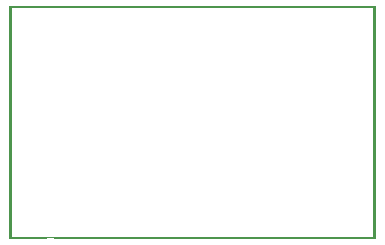
<source format=gbo>
G04 MADE WITH FRITZING*
G04 WWW.FRITZING.ORG*
G04 DOUBLE SIDED*
G04 HOLES PLATED*
G04 CONTOUR ON CENTER OF CONTOUR VECTOR*
%ASAXBY*%
%FSLAX23Y23*%
%MOIN*%
%OFA0B0*%
%SFA1.0B1.0*%
%ADD10R,0.001000X0.001000*%
%LNSILK0*%
G90*
G70*
G54D10*
X1Y777D02*
X1222Y777D01*
X1Y776D02*
X1222Y776D01*
X1Y775D02*
X1222Y775D01*
X1Y774D02*
X1222Y774D01*
X1Y773D02*
X1222Y773D01*
X1Y772D02*
X1222Y772D01*
X1Y771D02*
X1222Y771D01*
X1Y770D02*
X1222Y770D01*
X1Y769D02*
X8Y769D01*
X1215Y769D02*
X1222Y769D01*
X1Y768D02*
X8Y768D01*
X1215Y768D02*
X1222Y768D01*
X1Y767D02*
X8Y767D01*
X1215Y767D02*
X1222Y767D01*
X1Y766D02*
X8Y766D01*
X1215Y766D02*
X1222Y766D01*
X1Y765D02*
X8Y765D01*
X1215Y765D02*
X1222Y765D01*
X1Y764D02*
X8Y764D01*
X1215Y764D02*
X1222Y764D01*
X1Y763D02*
X8Y763D01*
X1215Y763D02*
X1222Y763D01*
X1Y762D02*
X8Y762D01*
X1215Y762D02*
X1222Y762D01*
X1Y761D02*
X8Y761D01*
X1215Y761D02*
X1222Y761D01*
X1Y760D02*
X8Y760D01*
X1215Y760D02*
X1222Y760D01*
X1Y759D02*
X8Y759D01*
X1215Y759D02*
X1222Y759D01*
X1Y758D02*
X8Y758D01*
X1215Y758D02*
X1222Y758D01*
X1Y757D02*
X8Y757D01*
X1215Y757D02*
X1222Y757D01*
X1Y756D02*
X8Y756D01*
X1215Y756D02*
X1222Y756D01*
X1Y755D02*
X8Y755D01*
X1215Y755D02*
X1222Y755D01*
X1Y754D02*
X8Y754D01*
X1215Y754D02*
X1222Y754D01*
X1Y753D02*
X8Y753D01*
X1215Y753D02*
X1222Y753D01*
X1Y752D02*
X8Y752D01*
X1215Y752D02*
X1222Y752D01*
X1Y751D02*
X8Y751D01*
X1215Y751D02*
X1222Y751D01*
X1Y750D02*
X8Y750D01*
X1215Y750D02*
X1222Y750D01*
X1Y749D02*
X8Y749D01*
X1215Y749D02*
X1222Y749D01*
X1Y748D02*
X8Y748D01*
X1215Y748D02*
X1222Y748D01*
X1Y747D02*
X8Y747D01*
X1215Y747D02*
X1222Y747D01*
X1Y746D02*
X8Y746D01*
X1215Y746D02*
X1222Y746D01*
X1Y745D02*
X8Y745D01*
X1215Y745D02*
X1222Y745D01*
X1Y744D02*
X8Y744D01*
X1215Y744D02*
X1222Y744D01*
X1Y743D02*
X8Y743D01*
X1215Y743D02*
X1222Y743D01*
X1Y742D02*
X8Y742D01*
X1215Y742D02*
X1222Y742D01*
X1Y741D02*
X8Y741D01*
X1215Y741D02*
X1222Y741D01*
X1Y740D02*
X8Y740D01*
X1215Y740D02*
X1222Y740D01*
X1Y739D02*
X8Y739D01*
X1215Y739D02*
X1222Y739D01*
X1Y738D02*
X8Y738D01*
X1215Y738D02*
X1222Y738D01*
X1Y737D02*
X8Y737D01*
X1215Y737D02*
X1222Y737D01*
X1Y736D02*
X8Y736D01*
X1215Y736D02*
X1222Y736D01*
X1Y735D02*
X8Y735D01*
X1215Y735D02*
X1222Y735D01*
X1Y734D02*
X8Y734D01*
X1215Y734D02*
X1222Y734D01*
X1Y733D02*
X8Y733D01*
X1215Y733D02*
X1222Y733D01*
X1Y732D02*
X8Y732D01*
X1215Y732D02*
X1222Y732D01*
X1Y731D02*
X8Y731D01*
X1215Y731D02*
X1222Y731D01*
X1Y730D02*
X8Y730D01*
X1215Y730D02*
X1222Y730D01*
X1Y729D02*
X8Y729D01*
X1215Y729D02*
X1222Y729D01*
X1Y728D02*
X8Y728D01*
X1215Y728D02*
X1222Y728D01*
X1Y727D02*
X8Y727D01*
X1215Y727D02*
X1222Y727D01*
X1Y726D02*
X8Y726D01*
X1215Y726D02*
X1222Y726D01*
X1Y725D02*
X8Y725D01*
X1215Y725D02*
X1222Y725D01*
X1Y724D02*
X8Y724D01*
X1215Y724D02*
X1222Y724D01*
X1Y723D02*
X8Y723D01*
X1215Y723D02*
X1222Y723D01*
X1Y722D02*
X8Y722D01*
X1215Y722D02*
X1222Y722D01*
X1Y721D02*
X8Y721D01*
X1215Y721D02*
X1222Y721D01*
X1Y720D02*
X8Y720D01*
X1215Y720D02*
X1222Y720D01*
X1Y719D02*
X8Y719D01*
X1215Y719D02*
X1222Y719D01*
X1Y718D02*
X8Y718D01*
X1215Y718D02*
X1222Y718D01*
X1Y717D02*
X8Y717D01*
X1215Y717D02*
X1222Y717D01*
X1Y716D02*
X8Y716D01*
X1215Y716D02*
X1222Y716D01*
X1Y715D02*
X8Y715D01*
X1215Y715D02*
X1222Y715D01*
X1Y714D02*
X8Y714D01*
X1215Y714D02*
X1222Y714D01*
X1Y713D02*
X8Y713D01*
X1215Y713D02*
X1222Y713D01*
X1Y712D02*
X8Y712D01*
X1215Y712D02*
X1222Y712D01*
X1Y711D02*
X8Y711D01*
X1215Y711D02*
X1222Y711D01*
X1Y710D02*
X8Y710D01*
X1215Y710D02*
X1222Y710D01*
X1Y709D02*
X8Y709D01*
X1215Y709D02*
X1222Y709D01*
X1Y708D02*
X8Y708D01*
X1215Y708D02*
X1222Y708D01*
X1Y707D02*
X8Y707D01*
X1215Y707D02*
X1222Y707D01*
X1Y706D02*
X8Y706D01*
X1215Y706D02*
X1222Y706D01*
X1Y705D02*
X8Y705D01*
X1215Y705D02*
X1222Y705D01*
X1Y704D02*
X8Y704D01*
X1215Y704D02*
X1222Y704D01*
X1Y703D02*
X8Y703D01*
X1215Y703D02*
X1222Y703D01*
X1Y702D02*
X8Y702D01*
X1215Y702D02*
X1222Y702D01*
X1Y701D02*
X8Y701D01*
X1215Y701D02*
X1222Y701D01*
X1Y700D02*
X8Y700D01*
X1215Y700D02*
X1222Y700D01*
X1Y699D02*
X8Y699D01*
X1215Y699D02*
X1222Y699D01*
X1Y698D02*
X8Y698D01*
X1215Y698D02*
X1222Y698D01*
X1Y697D02*
X8Y697D01*
X1215Y697D02*
X1222Y697D01*
X1Y696D02*
X8Y696D01*
X1215Y696D02*
X1222Y696D01*
X1Y695D02*
X8Y695D01*
X1215Y695D02*
X1222Y695D01*
X1Y694D02*
X8Y694D01*
X1215Y694D02*
X1222Y694D01*
X1Y693D02*
X8Y693D01*
X1215Y693D02*
X1222Y693D01*
X1Y692D02*
X8Y692D01*
X1215Y692D02*
X1222Y692D01*
X1Y691D02*
X8Y691D01*
X1215Y691D02*
X1222Y691D01*
X1Y690D02*
X8Y690D01*
X1215Y690D02*
X1222Y690D01*
X1Y689D02*
X8Y689D01*
X1215Y689D02*
X1222Y689D01*
X1Y688D02*
X8Y688D01*
X1215Y688D02*
X1222Y688D01*
X1Y687D02*
X8Y687D01*
X1215Y687D02*
X1222Y687D01*
X1Y686D02*
X8Y686D01*
X1215Y686D02*
X1222Y686D01*
X1Y685D02*
X8Y685D01*
X1215Y685D02*
X1222Y685D01*
X1Y684D02*
X8Y684D01*
X1215Y684D02*
X1222Y684D01*
X1Y683D02*
X8Y683D01*
X1215Y683D02*
X1222Y683D01*
X1Y682D02*
X8Y682D01*
X1215Y682D02*
X1222Y682D01*
X1Y681D02*
X8Y681D01*
X1215Y681D02*
X1222Y681D01*
X1Y680D02*
X8Y680D01*
X1215Y680D02*
X1222Y680D01*
X1Y679D02*
X8Y679D01*
X1215Y679D02*
X1222Y679D01*
X1Y678D02*
X8Y678D01*
X1215Y678D02*
X1222Y678D01*
X1Y677D02*
X8Y677D01*
X1215Y677D02*
X1222Y677D01*
X1Y676D02*
X8Y676D01*
X1215Y676D02*
X1222Y676D01*
X1Y675D02*
X8Y675D01*
X1215Y675D02*
X1222Y675D01*
X1Y674D02*
X8Y674D01*
X1215Y674D02*
X1222Y674D01*
X1Y673D02*
X8Y673D01*
X1215Y673D02*
X1222Y673D01*
X1Y672D02*
X8Y672D01*
X1215Y672D02*
X1222Y672D01*
X1Y671D02*
X8Y671D01*
X1215Y671D02*
X1222Y671D01*
X1Y670D02*
X8Y670D01*
X1215Y670D02*
X1222Y670D01*
X1Y669D02*
X8Y669D01*
X1215Y669D02*
X1222Y669D01*
X1Y668D02*
X8Y668D01*
X1215Y668D02*
X1222Y668D01*
X1Y667D02*
X8Y667D01*
X1215Y667D02*
X1222Y667D01*
X1Y666D02*
X8Y666D01*
X1215Y666D02*
X1222Y666D01*
X1Y665D02*
X8Y665D01*
X1215Y665D02*
X1222Y665D01*
X1Y664D02*
X8Y664D01*
X1215Y664D02*
X1222Y664D01*
X1Y663D02*
X8Y663D01*
X1215Y663D02*
X1222Y663D01*
X1Y662D02*
X8Y662D01*
X1215Y662D02*
X1222Y662D01*
X1Y661D02*
X8Y661D01*
X1215Y661D02*
X1222Y661D01*
X1Y660D02*
X8Y660D01*
X1215Y660D02*
X1222Y660D01*
X1Y659D02*
X8Y659D01*
X1215Y659D02*
X1222Y659D01*
X1Y658D02*
X8Y658D01*
X1215Y658D02*
X1222Y658D01*
X1Y657D02*
X8Y657D01*
X1215Y657D02*
X1222Y657D01*
X1Y656D02*
X8Y656D01*
X1215Y656D02*
X1222Y656D01*
X1Y655D02*
X8Y655D01*
X1215Y655D02*
X1222Y655D01*
X1Y654D02*
X8Y654D01*
X1215Y654D02*
X1222Y654D01*
X1Y653D02*
X8Y653D01*
X1215Y653D02*
X1222Y653D01*
X1Y652D02*
X8Y652D01*
X1215Y652D02*
X1222Y652D01*
X1Y651D02*
X8Y651D01*
X1215Y651D02*
X1222Y651D01*
X1Y650D02*
X8Y650D01*
X1215Y650D02*
X1222Y650D01*
X1Y649D02*
X8Y649D01*
X1215Y649D02*
X1222Y649D01*
X1Y648D02*
X8Y648D01*
X1215Y648D02*
X1222Y648D01*
X1Y647D02*
X8Y647D01*
X1215Y647D02*
X1222Y647D01*
X1Y646D02*
X8Y646D01*
X1215Y646D02*
X1222Y646D01*
X1Y645D02*
X8Y645D01*
X1215Y645D02*
X1222Y645D01*
X1Y644D02*
X8Y644D01*
X1215Y644D02*
X1222Y644D01*
X1Y643D02*
X8Y643D01*
X1215Y643D02*
X1222Y643D01*
X1Y642D02*
X8Y642D01*
X1215Y642D02*
X1222Y642D01*
X1Y641D02*
X8Y641D01*
X1215Y641D02*
X1222Y641D01*
X1Y640D02*
X8Y640D01*
X1215Y640D02*
X1222Y640D01*
X1Y639D02*
X8Y639D01*
X1215Y639D02*
X1222Y639D01*
X1Y638D02*
X8Y638D01*
X1215Y638D02*
X1222Y638D01*
X1Y637D02*
X8Y637D01*
X1215Y637D02*
X1222Y637D01*
X1Y636D02*
X8Y636D01*
X1215Y636D02*
X1222Y636D01*
X1Y635D02*
X8Y635D01*
X1215Y635D02*
X1222Y635D01*
X1Y634D02*
X8Y634D01*
X1215Y634D02*
X1222Y634D01*
X1Y633D02*
X8Y633D01*
X1215Y633D02*
X1222Y633D01*
X1Y632D02*
X8Y632D01*
X1215Y632D02*
X1222Y632D01*
X1Y631D02*
X8Y631D01*
X1215Y631D02*
X1222Y631D01*
X1Y630D02*
X8Y630D01*
X1215Y630D02*
X1222Y630D01*
X1Y629D02*
X8Y629D01*
X1215Y629D02*
X1222Y629D01*
X1Y628D02*
X8Y628D01*
X1215Y628D02*
X1222Y628D01*
X1Y627D02*
X8Y627D01*
X1215Y627D02*
X1222Y627D01*
X1Y626D02*
X8Y626D01*
X1215Y626D02*
X1222Y626D01*
X1Y625D02*
X8Y625D01*
X1215Y625D02*
X1222Y625D01*
X1Y624D02*
X8Y624D01*
X1215Y624D02*
X1222Y624D01*
X1Y623D02*
X8Y623D01*
X1215Y623D02*
X1222Y623D01*
X1Y622D02*
X8Y622D01*
X1215Y622D02*
X1222Y622D01*
X1Y621D02*
X8Y621D01*
X1215Y621D02*
X1222Y621D01*
X1Y620D02*
X8Y620D01*
X1215Y620D02*
X1222Y620D01*
X1Y619D02*
X8Y619D01*
X1215Y619D02*
X1222Y619D01*
X1Y618D02*
X8Y618D01*
X1215Y618D02*
X1222Y618D01*
X1Y617D02*
X8Y617D01*
X1215Y617D02*
X1222Y617D01*
X1Y616D02*
X8Y616D01*
X1215Y616D02*
X1222Y616D01*
X1Y615D02*
X8Y615D01*
X1215Y615D02*
X1222Y615D01*
X1Y614D02*
X8Y614D01*
X1215Y614D02*
X1222Y614D01*
X1Y613D02*
X8Y613D01*
X1215Y613D02*
X1222Y613D01*
X1Y612D02*
X8Y612D01*
X1215Y612D02*
X1222Y612D01*
X1Y611D02*
X8Y611D01*
X1215Y611D02*
X1222Y611D01*
X1Y610D02*
X8Y610D01*
X1215Y610D02*
X1222Y610D01*
X1Y609D02*
X8Y609D01*
X1215Y609D02*
X1222Y609D01*
X1Y608D02*
X8Y608D01*
X1215Y608D02*
X1222Y608D01*
X1Y607D02*
X8Y607D01*
X1215Y607D02*
X1222Y607D01*
X1Y606D02*
X8Y606D01*
X1215Y606D02*
X1222Y606D01*
X1Y605D02*
X8Y605D01*
X1215Y605D02*
X1222Y605D01*
X1Y604D02*
X8Y604D01*
X1215Y604D02*
X1222Y604D01*
X1Y603D02*
X8Y603D01*
X1215Y603D02*
X1222Y603D01*
X1Y602D02*
X8Y602D01*
X1215Y602D02*
X1222Y602D01*
X1Y601D02*
X8Y601D01*
X1215Y601D02*
X1222Y601D01*
X1Y600D02*
X8Y600D01*
X1215Y600D02*
X1222Y600D01*
X1Y599D02*
X8Y599D01*
X1215Y599D02*
X1222Y599D01*
X1Y598D02*
X8Y598D01*
X1215Y598D02*
X1222Y598D01*
X1Y597D02*
X8Y597D01*
X1215Y597D02*
X1222Y597D01*
X1Y596D02*
X8Y596D01*
X1215Y596D02*
X1222Y596D01*
X1Y595D02*
X8Y595D01*
X1215Y595D02*
X1222Y595D01*
X1Y594D02*
X8Y594D01*
X1215Y594D02*
X1222Y594D01*
X1Y593D02*
X8Y593D01*
X1215Y593D02*
X1222Y593D01*
X1Y592D02*
X8Y592D01*
X1215Y592D02*
X1222Y592D01*
X1Y591D02*
X8Y591D01*
X1215Y591D02*
X1222Y591D01*
X1Y590D02*
X8Y590D01*
X1215Y590D02*
X1222Y590D01*
X1Y589D02*
X8Y589D01*
X1215Y589D02*
X1222Y589D01*
X1Y588D02*
X8Y588D01*
X1215Y588D02*
X1222Y588D01*
X1Y587D02*
X8Y587D01*
X1215Y587D02*
X1222Y587D01*
X1Y586D02*
X8Y586D01*
X1215Y586D02*
X1222Y586D01*
X1Y585D02*
X8Y585D01*
X1215Y585D02*
X1222Y585D01*
X1Y584D02*
X8Y584D01*
X1215Y584D02*
X1222Y584D01*
X1Y583D02*
X8Y583D01*
X1215Y583D02*
X1222Y583D01*
X1Y582D02*
X8Y582D01*
X1215Y582D02*
X1222Y582D01*
X1Y581D02*
X8Y581D01*
X1215Y581D02*
X1222Y581D01*
X1Y580D02*
X8Y580D01*
X1215Y580D02*
X1222Y580D01*
X1Y579D02*
X8Y579D01*
X1215Y579D02*
X1222Y579D01*
X1Y578D02*
X8Y578D01*
X1215Y578D02*
X1222Y578D01*
X1Y577D02*
X8Y577D01*
X1215Y577D02*
X1222Y577D01*
X1Y576D02*
X8Y576D01*
X1215Y576D02*
X1222Y576D01*
X1Y575D02*
X8Y575D01*
X1215Y575D02*
X1222Y575D01*
X1Y574D02*
X8Y574D01*
X1215Y574D02*
X1222Y574D01*
X1Y573D02*
X8Y573D01*
X1215Y573D02*
X1222Y573D01*
X1Y572D02*
X8Y572D01*
X1215Y572D02*
X1222Y572D01*
X1Y571D02*
X8Y571D01*
X1215Y571D02*
X1222Y571D01*
X1Y570D02*
X8Y570D01*
X1215Y570D02*
X1222Y570D01*
X1Y569D02*
X8Y569D01*
X1215Y569D02*
X1222Y569D01*
X1Y568D02*
X8Y568D01*
X1215Y568D02*
X1222Y568D01*
X1Y567D02*
X8Y567D01*
X1215Y567D02*
X1222Y567D01*
X1Y566D02*
X8Y566D01*
X1215Y566D02*
X1222Y566D01*
X1Y565D02*
X8Y565D01*
X1215Y565D02*
X1222Y565D01*
X1Y564D02*
X8Y564D01*
X1215Y564D02*
X1222Y564D01*
X1Y563D02*
X8Y563D01*
X1215Y563D02*
X1222Y563D01*
X1Y562D02*
X8Y562D01*
X1215Y562D02*
X1222Y562D01*
X1Y561D02*
X8Y561D01*
X1215Y561D02*
X1222Y561D01*
X1Y560D02*
X8Y560D01*
X1215Y560D02*
X1222Y560D01*
X1Y559D02*
X8Y559D01*
X1215Y559D02*
X1222Y559D01*
X1Y558D02*
X8Y558D01*
X1215Y558D02*
X1222Y558D01*
X1Y557D02*
X8Y557D01*
X1215Y557D02*
X1222Y557D01*
X1Y556D02*
X8Y556D01*
X1215Y556D02*
X1222Y556D01*
X1Y555D02*
X8Y555D01*
X1215Y555D02*
X1222Y555D01*
X1Y554D02*
X8Y554D01*
X1215Y554D02*
X1222Y554D01*
X1Y553D02*
X8Y553D01*
X1215Y553D02*
X1222Y553D01*
X1Y552D02*
X8Y552D01*
X1215Y552D02*
X1222Y552D01*
X1Y551D02*
X8Y551D01*
X1215Y551D02*
X1222Y551D01*
X1Y550D02*
X8Y550D01*
X1215Y550D02*
X1222Y550D01*
X1Y549D02*
X8Y549D01*
X1215Y549D02*
X1222Y549D01*
X1Y548D02*
X8Y548D01*
X1215Y548D02*
X1222Y548D01*
X1Y547D02*
X8Y547D01*
X1215Y547D02*
X1222Y547D01*
X1Y546D02*
X8Y546D01*
X1215Y546D02*
X1222Y546D01*
X1Y545D02*
X8Y545D01*
X1215Y545D02*
X1222Y545D01*
X1Y544D02*
X8Y544D01*
X1215Y544D02*
X1222Y544D01*
X1Y543D02*
X8Y543D01*
X1215Y543D02*
X1222Y543D01*
X1Y542D02*
X8Y542D01*
X1215Y542D02*
X1222Y542D01*
X1Y541D02*
X8Y541D01*
X1215Y541D02*
X1222Y541D01*
X1Y540D02*
X8Y540D01*
X1215Y540D02*
X1222Y540D01*
X1Y539D02*
X8Y539D01*
X1215Y539D02*
X1222Y539D01*
X1Y538D02*
X8Y538D01*
X1215Y538D02*
X1222Y538D01*
X1Y537D02*
X8Y537D01*
X1215Y537D02*
X1222Y537D01*
X1Y536D02*
X8Y536D01*
X1215Y536D02*
X1222Y536D01*
X1Y535D02*
X8Y535D01*
X1215Y535D02*
X1222Y535D01*
X1Y534D02*
X8Y534D01*
X1215Y534D02*
X1222Y534D01*
X1Y533D02*
X8Y533D01*
X1215Y533D02*
X1222Y533D01*
X1Y532D02*
X8Y532D01*
X1215Y532D02*
X1222Y532D01*
X1Y531D02*
X8Y531D01*
X1215Y531D02*
X1222Y531D01*
X1Y530D02*
X8Y530D01*
X1215Y530D02*
X1222Y530D01*
X1Y529D02*
X8Y529D01*
X1215Y529D02*
X1222Y529D01*
X1Y528D02*
X8Y528D01*
X1215Y528D02*
X1222Y528D01*
X1Y527D02*
X8Y527D01*
X1215Y527D02*
X1222Y527D01*
X1Y526D02*
X8Y526D01*
X1215Y526D02*
X1222Y526D01*
X1Y525D02*
X8Y525D01*
X1215Y525D02*
X1222Y525D01*
X1Y524D02*
X8Y524D01*
X1215Y524D02*
X1222Y524D01*
X1Y523D02*
X8Y523D01*
X1215Y523D02*
X1222Y523D01*
X1Y522D02*
X8Y522D01*
X1215Y522D02*
X1222Y522D01*
X1Y521D02*
X8Y521D01*
X1215Y521D02*
X1222Y521D01*
X1Y520D02*
X8Y520D01*
X1215Y520D02*
X1222Y520D01*
X1Y519D02*
X8Y519D01*
X1215Y519D02*
X1222Y519D01*
X1Y518D02*
X8Y518D01*
X1215Y518D02*
X1222Y518D01*
X1Y517D02*
X8Y517D01*
X1215Y517D02*
X1222Y517D01*
X1Y516D02*
X8Y516D01*
X1215Y516D02*
X1222Y516D01*
X1Y515D02*
X8Y515D01*
X1215Y515D02*
X1222Y515D01*
X1Y514D02*
X8Y514D01*
X1215Y514D02*
X1222Y514D01*
X1Y513D02*
X8Y513D01*
X1215Y513D02*
X1222Y513D01*
X1Y512D02*
X8Y512D01*
X1215Y512D02*
X1222Y512D01*
X1Y511D02*
X8Y511D01*
X1215Y511D02*
X1222Y511D01*
X1Y510D02*
X8Y510D01*
X1215Y510D02*
X1222Y510D01*
X1Y509D02*
X8Y509D01*
X1215Y509D02*
X1222Y509D01*
X1Y508D02*
X8Y508D01*
X1215Y508D02*
X1222Y508D01*
X1Y507D02*
X8Y507D01*
X1215Y507D02*
X1222Y507D01*
X1Y506D02*
X8Y506D01*
X1215Y506D02*
X1222Y506D01*
X1Y505D02*
X8Y505D01*
X1215Y505D02*
X1222Y505D01*
X1Y504D02*
X8Y504D01*
X1215Y504D02*
X1222Y504D01*
X1Y503D02*
X8Y503D01*
X1215Y503D02*
X1222Y503D01*
X1Y502D02*
X8Y502D01*
X1215Y502D02*
X1222Y502D01*
X1Y501D02*
X8Y501D01*
X1215Y501D02*
X1222Y501D01*
X1Y500D02*
X8Y500D01*
X1215Y500D02*
X1222Y500D01*
X1Y499D02*
X8Y499D01*
X1215Y499D02*
X1222Y499D01*
X1Y498D02*
X8Y498D01*
X1215Y498D02*
X1222Y498D01*
X1Y497D02*
X8Y497D01*
X1215Y497D02*
X1222Y497D01*
X1Y496D02*
X8Y496D01*
X1215Y496D02*
X1222Y496D01*
X1Y495D02*
X8Y495D01*
X1215Y495D02*
X1222Y495D01*
X1Y494D02*
X8Y494D01*
X1215Y494D02*
X1222Y494D01*
X1Y493D02*
X8Y493D01*
X1215Y493D02*
X1222Y493D01*
X1Y492D02*
X8Y492D01*
X1215Y492D02*
X1222Y492D01*
X1Y491D02*
X8Y491D01*
X1215Y491D02*
X1222Y491D01*
X1Y490D02*
X8Y490D01*
X1215Y490D02*
X1222Y490D01*
X1Y489D02*
X8Y489D01*
X1215Y489D02*
X1222Y489D01*
X1Y488D02*
X8Y488D01*
X1215Y488D02*
X1222Y488D01*
X1Y487D02*
X8Y487D01*
X1215Y487D02*
X1222Y487D01*
X1Y486D02*
X8Y486D01*
X1215Y486D02*
X1222Y486D01*
X1Y485D02*
X8Y485D01*
X1215Y485D02*
X1222Y485D01*
X1Y484D02*
X8Y484D01*
X1215Y484D02*
X1222Y484D01*
X1Y483D02*
X8Y483D01*
X1215Y483D02*
X1222Y483D01*
X1Y482D02*
X8Y482D01*
X1215Y482D02*
X1222Y482D01*
X1Y481D02*
X8Y481D01*
X1215Y481D02*
X1222Y481D01*
X1Y480D02*
X8Y480D01*
X1215Y480D02*
X1222Y480D01*
X1Y479D02*
X8Y479D01*
X1215Y479D02*
X1222Y479D01*
X1Y478D02*
X8Y478D01*
X1215Y478D02*
X1222Y478D01*
X1Y477D02*
X8Y477D01*
X1215Y477D02*
X1222Y477D01*
X1Y476D02*
X8Y476D01*
X1215Y476D02*
X1222Y476D01*
X1Y475D02*
X8Y475D01*
X1215Y475D02*
X1222Y475D01*
X1Y474D02*
X8Y474D01*
X1215Y474D02*
X1222Y474D01*
X1Y473D02*
X8Y473D01*
X1215Y473D02*
X1222Y473D01*
X1Y472D02*
X8Y472D01*
X1215Y472D02*
X1222Y472D01*
X1Y471D02*
X8Y471D01*
X1215Y471D02*
X1222Y471D01*
X1Y470D02*
X8Y470D01*
X1215Y470D02*
X1222Y470D01*
X1Y469D02*
X8Y469D01*
X1215Y469D02*
X1222Y469D01*
X1Y468D02*
X8Y468D01*
X1215Y468D02*
X1222Y468D01*
X1Y467D02*
X8Y467D01*
X1215Y467D02*
X1222Y467D01*
X1Y466D02*
X8Y466D01*
X1215Y466D02*
X1222Y466D01*
X1Y465D02*
X8Y465D01*
X1215Y465D02*
X1222Y465D01*
X1Y464D02*
X8Y464D01*
X1215Y464D02*
X1222Y464D01*
X1Y463D02*
X8Y463D01*
X1215Y463D02*
X1222Y463D01*
X1Y462D02*
X8Y462D01*
X1215Y462D02*
X1222Y462D01*
X1Y461D02*
X8Y461D01*
X1215Y461D02*
X1222Y461D01*
X1Y460D02*
X8Y460D01*
X1215Y460D02*
X1222Y460D01*
X1Y459D02*
X8Y459D01*
X1215Y459D02*
X1222Y459D01*
X1Y458D02*
X8Y458D01*
X1215Y458D02*
X1222Y458D01*
X1Y457D02*
X8Y457D01*
X1215Y457D02*
X1222Y457D01*
X1Y456D02*
X8Y456D01*
X1215Y456D02*
X1222Y456D01*
X1Y455D02*
X8Y455D01*
X1215Y455D02*
X1222Y455D01*
X1Y454D02*
X8Y454D01*
X1215Y454D02*
X1222Y454D01*
X1Y453D02*
X8Y453D01*
X1215Y453D02*
X1222Y453D01*
X1Y452D02*
X8Y452D01*
X1215Y452D02*
X1222Y452D01*
X1Y451D02*
X8Y451D01*
X1215Y451D02*
X1222Y451D01*
X1Y450D02*
X8Y450D01*
X1215Y450D02*
X1222Y450D01*
X1Y449D02*
X8Y449D01*
X1215Y449D02*
X1222Y449D01*
X1Y448D02*
X8Y448D01*
X1215Y448D02*
X1222Y448D01*
X1Y447D02*
X8Y447D01*
X1215Y447D02*
X1222Y447D01*
X1Y446D02*
X8Y446D01*
X1215Y446D02*
X1222Y446D01*
X1Y445D02*
X8Y445D01*
X1215Y445D02*
X1222Y445D01*
X1Y444D02*
X8Y444D01*
X1215Y444D02*
X1222Y444D01*
X1Y443D02*
X8Y443D01*
X1215Y443D02*
X1222Y443D01*
X1Y442D02*
X8Y442D01*
X1215Y442D02*
X1222Y442D01*
X1Y441D02*
X8Y441D01*
X1215Y441D02*
X1222Y441D01*
X1Y440D02*
X8Y440D01*
X1215Y440D02*
X1222Y440D01*
X1Y439D02*
X8Y439D01*
X1215Y439D02*
X1222Y439D01*
X1Y438D02*
X8Y438D01*
X1215Y438D02*
X1222Y438D01*
X1Y437D02*
X8Y437D01*
X1215Y437D02*
X1222Y437D01*
X1Y436D02*
X8Y436D01*
X1215Y436D02*
X1222Y436D01*
X1Y435D02*
X8Y435D01*
X1215Y435D02*
X1222Y435D01*
X1Y434D02*
X8Y434D01*
X1215Y434D02*
X1222Y434D01*
X1Y433D02*
X8Y433D01*
X1215Y433D02*
X1222Y433D01*
X1Y432D02*
X8Y432D01*
X1215Y432D02*
X1222Y432D01*
X1Y431D02*
X8Y431D01*
X1215Y431D02*
X1222Y431D01*
X1Y430D02*
X8Y430D01*
X1215Y430D02*
X1222Y430D01*
X1Y429D02*
X8Y429D01*
X1215Y429D02*
X1222Y429D01*
X1Y428D02*
X8Y428D01*
X1215Y428D02*
X1222Y428D01*
X1Y427D02*
X8Y427D01*
X1215Y427D02*
X1222Y427D01*
X1Y426D02*
X8Y426D01*
X1215Y426D02*
X1222Y426D01*
X1Y425D02*
X8Y425D01*
X1215Y425D02*
X1222Y425D01*
X1Y424D02*
X8Y424D01*
X1215Y424D02*
X1222Y424D01*
X1Y423D02*
X8Y423D01*
X1215Y423D02*
X1222Y423D01*
X1Y422D02*
X8Y422D01*
X1215Y422D02*
X1222Y422D01*
X1Y421D02*
X8Y421D01*
X1215Y421D02*
X1222Y421D01*
X1Y420D02*
X8Y420D01*
X1215Y420D02*
X1222Y420D01*
X1Y419D02*
X8Y419D01*
X1215Y419D02*
X1222Y419D01*
X1Y418D02*
X8Y418D01*
X1215Y418D02*
X1222Y418D01*
X1Y417D02*
X8Y417D01*
X1215Y417D02*
X1222Y417D01*
X1Y416D02*
X8Y416D01*
X1215Y416D02*
X1222Y416D01*
X1Y415D02*
X8Y415D01*
X1215Y415D02*
X1222Y415D01*
X1Y414D02*
X8Y414D01*
X1215Y414D02*
X1222Y414D01*
X1Y413D02*
X8Y413D01*
X1215Y413D02*
X1222Y413D01*
X1Y412D02*
X8Y412D01*
X1215Y412D02*
X1222Y412D01*
X1Y411D02*
X8Y411D01*
X1215Y411D02*
X1222Y411D01*
X1Y410D02*
X8Y410D01*
X1215Y410D02*
X1222Y410D01*
X1Y409D02*
X8Y409D01*
X1215Y409D02*
X1222Y409D01*
X1Y408D02*
X8Y408D01*
X1215Y408D02*
X1222Y408D01*
X1Y407D02*
X8Y407D01*
X1215Y407D02*
X1222Y407D01*
X1Y406D02*
X8Y406D01*
X1215Y406D02*
X1222Y406D01*
X1Y405D02*
X8Y405D01*
X1215Y405D02*
X1222Y405D01*
X1Y404D02*
X8Y404D01*
X1215Y404D02*
X1222Y404D01*
X1Y403D02*
X8Y403D01*
X1215Y403D02*
X1222Y403D01*
X1Y402D02*
X8Y402D01*
X1215Y402D02*
X1222Y402D01*
X1Y401D02*
X8Y401D01*
X1215Y401D02*
X1222Y401D01*
X1Y400D02*
X8Y400D01*
X1215Y400D02*
X1222Y400D01*
X1Y399D02*
X8Y399D01*
X1215Y399D02*
X1222Y399D01*
X1Y398D02*
X8Y398D01*
X1215Y398D02*
X1222Y398D01*
X1Y397D02*
X8Y397D01*
X1215Y397D02*
X1222Y397D01*
X1Y396D02*
X8Y396D01*
X1215Y396D02*
X1222Y396D01*
X1Y395D02*
X8Y395D01*
X1215Y395D02*
X1222Y395D01*
X1Y394D02*
X8Y394D01*
X1215Y394D02*
X1222Y394D01*
X1Y393D02*
X8Y393D01*
X1215Y393D02*
X1222Y393D01*
X1Y392D02*
X8Y392D01*
X1215Y392D02*
X1222Y392D01*
X1Y391D02*
X8Y391D01*
X1215Y391D02*
X1222Y391D01*
X1Y390D02*
X8Y390D01*
X1215Y390D02*
X1222Y390D01*
X1Y389D02*
X8Y389D01*
X1215Y389D02*
X1222Y389D01*
X1Y388D02*
X8Y388D01*
X1215Y388D02*
X1222Y388D01*
X1Y387D02*
X8Y387D01*
X1215Y387D02*
X1222Y387D01*
X1Y386D02*
X8Y386D01*
X1215Y386D02*
X1222Y386D01*
X1Y385D02*
X8Y385D01*
X1215Y385D02*
X1222Y385D01*
X1Y384D02*
X8Y384D01*
X1215Y384D02*
X1222Y384D01*
X1Y383D02*
X8Y383D01*
X1215Y383D02*
X1222Y383D01*
X1Y382D02*
X8Y382D01*
X1215Y382D02*
X1222Y382D01*
X1Y381D02*
X8Y381D01*
X1215Y381D02*
X1222Y381D01*
X1Y380D02*
X8Y380D01*
X1215Y380D02*
X1222Y380D01*
X1Y379D02*
X8Y379D01*
X1215Y379D02*
X1222Y379D01*
X1Y378D02*
X8Y378D01*
X1215Y378D02*
X1222Y378D01*
X1Y377D02*
X8Y377D01*
X1215Y377D02*
X1222Y377D01*
X1Y376D02*
X8Y376D01*
X1215Y376D02*
X1222Y376D01*
X1Y375D02*
X8Y375D01*
X1215Y375D02*
X1222Y375D01*
X1Y374D02*
X8Y374D01*
X1215Y374D02*
X1222Y374D01*
X1Y373D02*
X8Y373D01*
X1215Y373D02*
X1222Y373D01*
X1Y372D02*
X8Y372D01*
X1215Y372D02*
X1222Y372D01*
X1Y371D02*
X8Y371D01*
X1215Y371D02*
X1222Y371D01*
X1Y370D02*
X8Y370D01*
X1215Y370D02*
X1222Y370D01*
X1Y369D02*
X8Y369D01*
X1215Y369D02*
X1222Y369D01*
X1Y368D02*
X8Y368D01*
X1215Y368D02*
X1222Y368D01*
X1Y367D02*
X8Y367D01*
X1215Y367D02*
X1222Y367D01*
X1Y366D02*
X8Y366D01*
X1215Y366D02*
X1222Y366D01*
X1Y365D02*
X8Y365D01*
X1215Y365D02*
X1222Y365D01*
X1Y364D02*
X8Y364D01*
X1215Y364D02*
X1222Y364D01*
X1Y363D02*
X8Y363D01*
X1215Y363D02*
X1222Y363D01*
X1Y362D02*
X8Y362D01*
X1215Y362D02*
X1222Y362D01*
X1Y361D02*
X8Y361D01*
X1215Y361D02*
X1222Y361D01*
X1Y360D02*
X8Y360D01*
X1215Y360D02*
X1222Y360D01*
X1Y359D02*
X8Y359D01*
X1215Y359D02*
X1222Y359D01*
X1Y358D02*
X8Y358D01*
X1215Y358D02*
X1222Y358D01*
X1Y357D02*
X8Y357D01*
X1215Y357D02*
X1222Y357D01*
X1Y356D02*
X8Y356D01*
X1215Y356D02*
X1222Y356D01*
X1Y355D02*
X8Y355D01*
X1215Y355D02*
X1222Y355D01*
X1Y354D02*
X8Y354D01*
X1215Y354D02*
X1222Y354D01*
X1Y353D02*
X8Y353D01*
X1215Y353D02*
X1222Y353D01*
X1Y352D02*
X8Y352D01*
X1215Y352D02*
X1222Y352D01*
X1Y351D02*
X8Y351D01*
X1215Y351D02*
X1222Y351D01*
X1Y350D02*
X8Y350D01*
X1215Y350D02*
X1222Y350D01*
X1Y349D02*
X8Y349D01*
X1215Y349D02*
X1222Y349D01*
X1Y348D02*
X8Y348D01*
X1215Y348D02*
X1222Y348D01*
X1Y347D02*
X8Y347D01*
X1215Y347D02*
X1222Y347D01*
X1Y346D02*
X8Y346D01*
X1215Y346D02*
X1222Y346D01*
X1Y345D02*
X8Y345D01*
X1215Y345D02*
X1222Y345D01*
X1Y344D02*
X8Y344D01*
X1215Y344D02*
X1222Y344D01*
X1Y343D02*
X8Y343D01*
X1215Y343D02*
X1222Y343D01*
X1Y342D02*
X8Y342D01*
X1215Y342D02*
X1222Y342D01*
X1Y341D02*
X8Y341D01*
X1215Y341D02*
X1222Y341D01*
X1Y340D02*
X8Y340D01*
X1215Y340D02*
X1222Y340D01*
X1Y339D02*
X8Y339D01*
X1215Y339D02*
X1222Y339D01*
X1Y338D02*
X8Y338D01*
X1215Y338D02*
X1222Y338D01*
X1Y337D02*
X8Y337D01*
X1215Y337D02*
X1222Y337D01*
X1Y336D02*
X8Y336D01*
X1215Y336D02*
X1222Y336D01*
X1Y335D02*
X8Y335D01*
X1215Y335D02*
X1222Y335D01*
X1Y334D02*
X8Y334D01*
X1215Y334D02*
X1222Y334D01*
X1Y333D02*
X8Y333D01*
X1215Y333D02*
X1222Y333D01*
X1Y332D02*
X8Y332D01*
X1215Y332D02*
X1222Y332D01*
X1Y331D02*
X8Y331D01*
X1215Y331D02*
X1222Y331D01*
X1Y330D02*
X8Y330D01*
X1215Y330D02*
X1222Y330D01*
X1Y329D02*
X8Y329D01*
X1215Y329D02*
X1222Y329D01*
X1Y328D02*
X8Y328D01*
X1215Y328D02*
X1222Y328D01*
X1Y327D02*
X8Y327D01*
X1215Y327D02*
X1222Y327D01*
X1Y326D02*
X8Y326D01*
X1215Y326D02*
X1222Y326D01*
X1Y325D02*
X8Y325D01*
X1215Y325D02*
X1222Y325D01*
X1Y324D02*
X8Y324D01*
X1215Y324D02*
X1222Y324D01*
X1Y323D02*
X8Y323D01*
X1215Y323D02*
X1222Y323D01*
X1Y322D02*
X8Y322D01*
X1215Y322D02*
X1222Y322D01*
X1Y321D02*
X8Y321D01*
X1215Y321D02*
X1222Y321D01*
X1Y320D02*
X8Y320D01*
X1215Y320D02*
X1222Y320D01*
X1Y319D02*
X8Y319D01*
X1215Y319D02*
X1222Y319D01*
X1Y318D02*
X8Y318D01*
X1215Y318D02*
X1222Y318D01*
X1Y317D02*
X8Y317D01*
X1215Y317D02*
X1222Y317D01*
X1Y316D02*
X8Y316D01*
X1215Y316D02*
X1222Y316D01*
X1Y315D02*
X8Y315D01*
X1215Y315D02*
X1222Y315D01*
X1Y314D02*
X8Y314D01*
X1215Y314D02*
X1222Y314D01*
X1Y313D02*
X8Y313D01*
X1215Y313D02*
X1222Y313D01*
X1Y312D02*
X8Y312D01*
X1215Y312D02*
X1222Y312D01*
X1Y311D02*
X8Y311D01*
X1215Y311D02*
X1222Y311D01*
X1Y310D02*
X8Y310D01*
X1215Y310D02*
X1222Y310D01*
X1Y309D02*
X8Y309D01*
X1215Y309D02*
X1222Y309D01*
X1Y308D02*
X8Y308D01*
X1215Y308D02*
X1222Y308D01*
X1Y307D02*
X8Y307D01*
X1215Y307D02*
X1222Y307D01*
X1Y306D02*
X8Y306D01*
X1215Y306D02*
X1222Y306D01*
X1Y305D02*
X8Y305D01*
X1215Y305D02*
X1222Y305D01*
X1Y304D02*
X8Y304D01*
X1215Y304D02*
X1222Y304D01*
X1Y303D02*
X8Y303D01*
X1215Y303D02*
X1222Y303D01*
X1Y302D02*
X8Y302D01*
X1215Y302D02*
X1222Y302D01*
X1Y301D02*
X8Y301D01*
X1215Y301D02*
X1222Y301D01*
X1Y300D02*
X8Y300D01*
X1215Y300D02*
X1222Y300D01*
X1Y299D02*
X8Y299D01*
X1215Y299D02*
X1222Y299D01*
X1Y298D02*
X8Y298D01*
X1215Y298D02*
X1222Y298D01*
X1Y297D02*
X8Y297D01*
X1215Y297D02*
X1222Y297D01*
X1Y296D02*
X8Y296D01*
X1215Y296D02*
X1222Y296D01*
X1Y295D02*
X8Y295D01*
X1215Y295D02*
X1222Y295D01*
X1Y294D02*
X8Y294D01*
X1215Y294D02*
X1222Y294D01*
X1Y293D02*
X8Y293D01*
X1215Y293D02*
X1222Y293D01*
X1Y292D02*
X8Y292D01*
X1215Y292D02*
X1222Y292D01*
X1Y291D02*
X8Y291D01*
X1215Y291D02*
X1222Y291D01*
X1Y290D02*
X8Y290D01*
X1215Y290D02*
X1222Y290D01*
X1Y289D02*
X8Y289D01*
X1215Y289D02*
X1222Y289D01*
X1Y288D02*
X8Y288D01*
X1215Y288D02*
X1222Y288D01*
X1Y287D02*
X8Y287D01*
X1215Y287D02*
X1222Y287D01*
X1Y286D02*
X8Y286D01*
X1215Y286D02*
X1222Y286D01*
X1Y285D02*
X8Y285D01*
X1215Y285D02*
X1222Y285D01*
X1Y284D02*
X8Y284D01*
X1215Y284D02*
X1222Y284D01*
X1Y283D02*
X8Y283D01*
X1215Y283D02*
X1222Y283D01*
X1Y282D02*
X8Y282D01*
X1215Y282D02*
X1222Y282D01*
X1Y281D02*
X8Y281D01*
X1215Y281D02*
X1222Y281D01*
X1Y280D02*
X8Y280D01*
X1215Y280D02*
X1222Y280D01*
X1Y279D02*
X8Y279D01*
X1215Y279D02*
X1222Y279D01*
X1Y278D02*
X8Y278D01*
X1215Y278D02*
X1222Y278D01*
X1Y277D02*
X8Y277D01*
X1215Y277D02*
X1222Y277D01*
X1Y276D02*
X8Y276D01*
X1215Y276D02*
X1222Y276D01*
X1Y275D02*
X8Y275D01*
X1215Y275D02*
X1222Y275D01*
X1Y274D02*
X8Y274D01*
X1215Y274D02*
X1222Y274D01*
X1Y273D02*
X8Y273D01*
X1215Y273D02*
X1222Y273D01*
X1Y272D02*
X8Y272D01*
X1215Y272D02*
X1222Y272D01*
X1Y271D02*
X8Y271D01*
X1215Y271D02*
X1222Y271D01*
X1Y270D02*
X8Y270D01*
X1215Y270D02*
X1222Y270D01*
X1Y269D02*
X8Y269D01*
X1215Y269D02*
X1222Y269D01*
X1Y268D02*
X8Y268D01*
X1215Y268D02*
X1222Y268D01*
X1Y267D02*
X8Y267D01*
X1215Y267D02*
X1222Y267D01*
X1Y266D02*
X8Y266D01*
X1215Y266D02*
X1222Y266D01*
X1Y265D02*
X8Y265D01*
X1215Y265D02*
X1222Y265D01*
X1Y264D02*
X8Y264D01*
X1215Y264D02*
X1222Y264D01*
X1Y263D02*
X8Y263D01*
X1215Y263D02*
X1222Y263D01*
X1Y262D02*
X8Y262D01*
X1215Y262D02*
X1222Y262D01*
X1Y261D02*
X8Y261D01*
X1215Y261D02*
X1222Y261D01*
X1Y260D02*
X8Y260D01*
X1215Y260D02*
X1222Y260D01*
X1Y259D02*
X8Y259D01*
X1215Y259D02*
X1222Y259D01*
X1Y258D02*
X8Y258D01*
X1215Y258D02*
X1222Y258D01*
X1Y257D02*
X8Y257D01*
X1215Y257D02*
X1222Y257D01*
X1Y256D02*
X8Y256D01*
X1215Y256D02*
X1222Y256D01*
X1Y255D02*
X8Y255D01*
X1215Y255D02*
X1222Y255D01*
X1Y254D02*
X8Y254D01*
X1215Y254D02*
X1222Y254D01*
X1Y253D02*
X8Y253D01*
X1215Y253D02*
X1222Y253D01*
X1Y252D02*
X8Y252D01*
X1215Y252D02*
X1222Y252D01*
X1Y251D02*
X8Y251D01*
X1215Y251D02*
X1222Y251D01*
X1Y250D02*
X8Y250D01*
X1215Y250D02*
X1222Y250D01*
X1Y249D02*
X8Y249D01*
X1215Y249D02*
X1222Y249D01*
X1Y248D02*
X8Y248D01*
X1215Y248D02*
X1222Y248D01*
X1Y247D02*
X8Y247D01*
X1215Y247D02*
X1222Y247D01*
X1Y246D02*
X8Y246D01*
X1215Y246D02*
X1222Y246D01*
X1Y245D02*
X8Y245D01*
X1215Y245D02*
X1222Y245D01*
X1Y244D02*
X8Y244D01*
X1215Y244D02*
X1222Y244D01*
X1Y243D02*
X8Y243D01*
X1215Y243D02*
X1222Y243D01*
X1Y242D02*
X8Y242D01*
X1215Y242D02*
X1222Y242D01*
X1Y241D02*
X8Y241D01*
X1215Y241D02*
X1222Y241D01*
X1Y240D02*
X8Y240D01*
X1215Y240D02*
X1222Y240D01*
X1Y239D02*
X8Y239D01*
X1215Y239D02*
X1222Y239D01*
X1Y238D02*
X8Y238D01*
X1215Y238D02*
X1222Y238D01*
X1Y237D02*
X8Y237D01*
X1215Y237D02*
X1222Y237D01*
X1Y236D02*
X8Y236D01*
X1215Y236D02*
X1222Y236D01*
X1Y235D02*
X8Y235D01*
X1215Y235D02*
X1222Y235D01*
X1Y234D02*
X8Y234D01*
X1215Y234D02*
X1222Y234D01*
X1Y233D02*
X8Y233D01*
X1215Y233D02*
X1222Y233D01*
X1Y232D02*
X8Y232D01*
X1215Y232D02*
X1222Y232D01*
X1Y231D02*
X8Y231D01*
X1215Y231D02*
X1222Y231D01*
X1Y230D02*
X8Y230D01*
X1215Y230D02*
X1222Y230D01*
X1Y229D02*
X8Y229D01*
X1215Y229D02*
X1222Y229D01*
X1Y228D02*
X8Y228D01*
X1215Y228D02*
X1222Y228D01*
X1Y227D02*
X8Y227D01*
X1215Y227D02*
X1222Y227D01*
X1Y226D02*
X8Y226D01*
X1215Y226D02*
X1222Y226D01*
X1Y225D02*
X8Y225D01*
X1215Y225D02*
X1222Y225D01*
X1Y224D02*
X8Y224D01*
X1215Y224D02*
X1222Y224D01*
X1Y223D02*
X8Y223D01*
X1215Y223D02*
X1222Y223D01*
X1Y222D02*
X8Y222D01*
X1215Y222D02*
X1222Y222D01*
X1Y221D02*
X8Y221D01*
X1215Y221D02*
X1222Y221D01*
X1Y220D02*
X8Y220D01*
X1215Y220D02*
X1222Y220D01*
X1Y219D02*
X8Y219D01*
X1215Y219D02*
X1222Y219D01*
X1Y218D02*
X8Y218D01*
X1215Y218D02*
X1222Y218D01*
X1Y217D02*
X8Y217D01*
X1215Y217D02*
X1222Y217D01*
X1Y216D02*
X8Y216D01*
X1215Y216D02*
X1222Y216D01*
X1Y215D02*
X8Y215D01*
X1215Y215D02*
X1222Y215D01*
X1Y214D02*
X8Y214D01*
X1215Y214D02*
X1222Y214D01*
X1Y213D02*
X8Y213D01*
X1215Y213D02*
X1222Y213D01*
X1Y212D02*
X8Y212D01*
X1215Y212D02*
X1222Y212D01*
X1Y211D02*
X8Y211D01*
X1215Y211D02*
X1222Y211D01*
X1Y210D02*
X8Y210D01*
X1215Y210D02*
X1222Y210D01*
X1Y209D02*
X8Y209D01*
X1215Y209D02*
X1222Y209D01*
X1Y208D02*
X8Y208D01*
X1215Y208D02*
X1222Y208D01*
X1Y207D02*
X8Y207D01*
X1215Y207D02*
X1222Y207D01*
X1Y206D02*
X8Y206D01*
X1215Y206D02*
X1222Y206D01*
X1Y205D02*
X8Y205D01*
X1215Y205D02*
X1222Y205D01*
X1Y204D02*
X8Y204D01*
X1215Y204D02*
X1222Y204D01*
X1Y203D02*
X8Y203D01*
X1215Y203D02*
X1222Y203D01*
X1Y202D02*
X8Y202D01*
X1215Y202D02*
X1222Y202D01*
X1Y201D02*
X8Y201D01*
X1215Y201D02*
X1222Y201D01*
X1Y200D02*
X8Y200D01*
X1215Y200D02*
X1222Y200D01*
X1Y199D02*
X8Y199D01*
X1215Y199D02*
X1222Y199D01*
X1Y198D02*
X8Y198D01*
X1215Y198D02*
X1222Y198D01*
X1Y197D02*
X8Y197D01*
X1215Y197D02*
X1222Y197D01*
X1Y196D02*
X8Y196D01*
X1215Y196D02*
X1222Y196D01*
X1Y195D02*
X8Y195D01*
X1215Y195D02*
X1222Y195D01*
X1Y194D02*
X8Y194D01*
X1215Y194D02*
X1222Y194D01*
X1Y193D02*
X8Y193D01*
X1215Y193D02*
X1222Y193D01*
X1Y192D02*
X8Y192D01*
X1215Y192D02*
X1222Y192D01*
X1Y191D02*
X8Y191D01*
X1215Y191D02*
X1222Y191D01*
X1Y190D02*
X8Y190D01*
X1215Y190D02*
X1222Y190D01*
X1Y189D02*
X8Y189D01*
X1215Y189D02*
X1222Y189D01*
X1Y188D02*
X8Y188D01*
X1215Y188D02*
X1222Y188D01*
X1Y187D02*
X8Y187D01*
X1215Y187D02*
X1222Y187D01*
X1Y186D02*
X8Y186D01*
X1215Y186D02*
X1222Y186D01*
X1Y185D02*
X8Y185D01*
X1215Y185D02*
X1222Y185D01*
X1Y184D02*
X8Y184D01*
X1215Y184D02*
X1222Y184D01*
X1Y183D02*
X8Y183D01*
X1215Y183D02*
X1222Y183D01*
X1Y182D02*
X8Y182D01*
X1215Y182D02*
X1222Y182D01*
X1Y181D02*
X8Y181D01*
X1215Y181D02*
X1222Y181D01*
X1Y180D02*
X8Y180D01*
X1215Y180D02*
X1222Y180D01*
X1Y179D02*
X8Y179D01*
X1215Y179D02*
X1222Y179D01*
X1Y178D02*
X8Y178D01*
X1215Y178D02*
X1222Y178D01*
X1Y177D02*
X8Y177D01*
X1215Y177D02*
X1222Y177D01*
X1Y176D02*
X8Y176D01*
X1215Y176D02*
X1222Y176D01*
X1Y175D02*
X8Y175D01*
X1215Y175D02*
X1222Y175D01*
X1Y174D02*
X8Y174D01*
X1215Y174D02*
X1222Y174D01*
X1Y173D02*
X8Y173D01*
X1215Y173D02*
X1222Y173D01*
X1Y172D02*
X8Y172D01*
X1215Y172D02*
X1222Y172D01*
X1Y171D02*
X8Y171D01*
X1215Y171D02*
X1222Y171D01*
X1Y170D02*
X8Y170D01*
X1215Y170D02*
X1222Y170D01*
X1Y169D02*
X8Y169D01*
X1215Y169D02*
X1222Y169D01*
X1Y168D02*
X8Y168D01*
X1215Y168D02*
X1222Y168D01*
X1Y167D02*
X8Y167D01*
X1215Y167D02*
X1222Y167D01*
X1Y166D02*
X8Y166D01*
X1215Y166D02*
X1222Y166D01*
X1Y165D02*
X8Y165D01*
X1215Y165D02*
X1222Y165D01*
X1Y164D02*
X8Y164D01*
X1215Y164D02*
X1222Y164D01*
X1Y163D02*
X8Y163D01*
X1215Y163D02*
X1222Y163D01*
X1Y162D02*
X8Y162D01*
X1215Y162D02*
X1222Y162D01*
X1Y161D02*
X8Y161D01*
X1215Y161D02*
X1222Y161D01*
X1Y160D02*
X8Y160D01*
X1215Y160D02*
X1222Y160D01*
X1Y159D02*
X8Y159D01*
X1215Y159D02*
X1222Y159D01*
X1Y158D02*
X8Y158D01*
X1215Y158D02*
X1222Y158D01*
X1Y157D02*
X8Y157D01*
X1215Y157D02*
X1222Y157D01*
X1Y156D02*
X8Y156D01*
X1215Y156D02*
X1222Y156D01*
X1Y155D02*
X8Y155D01*
X1215Y155D02*
X1222Y155D01*
X1Y154D02*
X8Y154D01*
X1215Y154D02*
X1222Y154D01*
X1Y153D02*
X8Y153D01*
X1215Y153D02*
X1222Y153D01*
X1Y152D02*
X8Y152D01*
X1215Y152D02*
X1222Y152D01*
X1Y151D02*
X8Y151D01*
X1215Y151D02*
X1222Y151D01*
X1Y150D02*
X8Y150D01*
X1215Y150D02*
X1222Y150D01*
X1Y149D02*
X8Y149D01*
X1215Y149D02*
X1222Y149D01*
X1Y148D02*
X8Y148D01*
X1215Y148D02*
X1222Y148D01*
X1Y147D02*
X8Y147D01*
X1215Y147D02*
X1222Y147D01*
X1Y146D02*
X8Y146D01*
X1215Y146D02*
X1222Y146D01*
X1Y145D02*
X8Y145D01*
X1215Y145D02*
X1222Y145D01*
X1Y144D02*
X8Y144D01*
X1215Y144D02*
X1222Y144D01*
X1Y143D02*
X8Y143D01*
X1215Y143D02*
X1222Y143D01*
X1Y142D02*
X8Y142D01*
X1215Y142D02*
X1222Y142D01*
X1Y141D02*
X8Y141D01*
X1215Y141D02*
X1222Y141D01*
X1Y140D02*
X8Y140D01*
X1215Y140D02*
X1222Y140D01*
X1Y139D02*
X8Y139D01*
X1215Y139D02*
X1222Y139D01*
X1Y138D02*
X8Y138D01*
X1215Y138D02*
X1222Y138D01*
X1Y137D02*
X8Y137D01*
X1215Y137D02*
X1222Y137D01*
X1Y136D02*
X8Y136D01*
X1215Y136D02*
X1222Y136D01*
X1Y135D02*
X8Y135D01*
X1215Y135D02*
X1222Y135D01*
X1Y134D02*
X8Y134D01*
X1215Y134D02*
X1222Y134D01*
X1Y133D02*
X8Y133D01*
X1215Y133D02*
X1222Y133D01*
X1Y132D02*
X8Y132D01*
X1215Y132D02*
X1222Y132D01*
X1Y131D02*
X8Y131D01*
X1215Y131D02*
X1222Y131D01*
X1Y130D02*
X8Y130D01*
X1215Y130D02*
X1222Y130D01*
X1Y129D02*
X8Y129D01*
X1215Y129D02*
X1222Y129D01*
X1Y128D02*
X8Y128D01*
X1215Y128D02*
X1222Y128D01*
X1Y127D02*
X8Y127D01*
X1215Y127D02*
X1222Y127D01*
X1Y126D02*
X8Y126D01*
X1215Y126D02*
X1222Y126D01*
X1Y125D02*
X8Y125D01*
X1215Y125D02*
X1222Y125D01*
X1Y124D02*
X8Y124D01*
X1215Y124D02*
X1222Y124D01*
X1Y123D02*
X8Y123D01*
X1215Y123D02*
X1222Y123D01*
X1Y122D02*
X8Y122D01*
X1215Y122D02*
X1222Y122D01*
X1Y121D02*
X8Y121D01*
X1215Y121D02*
X1222Y121D01*
X1Y120D02*
X8Y120D01*
X1215Y120D02*
X1222Y120D01*
X1Y119D02*
X8Y119D01*
X1215Y119D02*
X1222Y119D01*
X1Y118D02*
X8Y118D01*
X1215Y118D02*
X1222Y118D01*
X1Y117D02*
X8Y117D01*
X1215Y117D02*
X1222Y117D01*
X1Y116D02*
X8Y116D01*
X1215Y116D02*
X1222Y116D01*
X1Y115D02*
X8Y115D01*
X1215Y115D02*
X1222Y115D01*
X1Y114D02*
X8Y114D01*
X1215Y114D02*
X1222Y114D01*
X1Y113D02*
X8Y113D01*
X1215Y113D02*
X1222Y113D01*
X1Y112D02*
X8Y112D01*
X1215Y112D02*
X1222Y112D01*
X1Y111D02*
X8Y111D01*
X1215Y111D02*
X1222Y111D01*
X1Y110D02*
X8Y110D01*
X1215Y110D02*
X1222Y110D01*
X1Y109D02*
X8Y109D01*
X1215Y109D02*
X1222Y109D01*
X1Y108D02*
X8Y108D01*
X1215Y108D02*
X1222Y108D01*
X1Y107D02*
X8Y107D01*
X1215Y107D02*
X1222Y107D01*
X1Y106D02*
X8Y106D01*
X1215Y106D02*
X1222Y106D01*
X1Y105D02*
X8Y105D01*
X1215Y105D02*
X1222Y105D01*
X1Y104D02*
X8Y104D01*
X1215Y104D02*
X1222Y104D01*
X1Y103D02*
X8Y103D01*
X1215Y103D02*
X1222Y103D01*
X1Y102D02*
X8Y102D01*
X1215Y102D02*
X1222Y102D01*
X1Y101D02*
X8Y101D01*
X1215Y101D02*
X1222Y101D01*
X1Y100D02*
X8Y100D01*
X1215Y100D02*
X1222Y100D01*
X1Y99D02*
X8Y99D01*
X1215Y99D02*
X1222Y99D01*
X1Y98D02*
X8Y98D01*
X1215Y98D02*
X1222Y98D01*
X1Y97D02*
X8Y97D01*
X1215Y97D02*
X1222Y97D01*
X1Y96D02*
X8Y96D01*
X1215Y96D02*
X1222Y96D01*
X1Y95D02*
X8Y95D01*
X1215Y95D02*
X1222Y95D01*
X1Y94D02*
X8Y94D01*
X1215Y94D02*
X1222Y94D01*
X1Y93D02*
X8Y93D01*
X1215Y93D02*
X1222Y93D01*
X1Y92D02*
X8Y92D01*
X1215Y92D02*
X1222Y92D01*
X1Y91D02*
X8Y91D01*
X1215Y91D02*
X1222Y91D01*
X1Y90D02*
X8Y90D01*
X1215Y90D02*
X1222Y90D01*
X1Y89D02*
X8Y89D01*
X1215Y89D02*
X1222Y89D01*
X1Y88D02*
X8Y88D01*
X1215Y88D02*
X1222Y88D01*
X1Y87D02*
X8Y87D01*
X1215Y87D02*
X1222Y87D01*
X1Y86D02*
X8Y86D01*
X1215Y86D02*
X1222Y86D01*
X1Y85D02*
X8Y85D01*
X1215Y85D02*
X1222Y85D01*
X1Y84D02*
X8Y84D01*
X1215Y84D02*
X1222Y84D01*
X1Y83D02*
X8Y83D01*
X1215Y83D02*
X1222Y83D01*
X1Y82D02*
X8Y82D01*
X1215Y82D02*
X1222Y82D01*
X1Y81D02*
X8Y81D01*
X1215Y81D02*
X1222Y81D01*
X1Y80D02*
X8Y80D01*
X1215Y80D02*
X1222Y80D01*
X1Y79D02*
X8Y79D01*
X1215Y79D02*
X1222Y79D01*
X1Y78D02*
X8Y78D01*
X1215Y78D02*
X1222Y78D01*
X1Y77D02*
X8Y77D01*
X1215Y77D02*
X1222Y77D01*
X1Y76D02*
X8Y76D01*
X1215Y76D02*
X1222Y76D01*
X1Y75D02*
X8Y75D01*
X1215Y75D02*
X1222Y75D01*
X1Y74D02*
X8Y74D01*
X1215Y74D02*
X1222Y74D01*
X1Y73D02*
X8Y73D01*
X1215Y73D02*
X1222Y73D01*
X1Y72D02*
X8Y72D01*
X1215Y72D02*
X1222Y72D01*
X1Y71D02*
X8Y71D01*
X1215Y71D02*
X1222Y71D01*
X1Y70D02*
X8Y70D01*
X1215Y70D02*
X1222Y70D01*
X1Y69D02*
X8Y69D01*
X1215Y69D02*
X1222Y69D01*
X1Y68D02*
X8Y68D01*
X1215Y68D02*
X1222Y68D01*
X1Y67D02*
X8Y67D01*
X1215Y67D02*
X1222Y67D01*
X1Y66D02*
X8Y66D01*
X1215Y66D02*
X1222Y66D01*
X1Y65D02*
X8Y65D01*
X1215Y65D02*
X1222Y65D01*
X1Y64D02*
X8Y64D01*
X1215Y64D02*
X1222Y64D01*
X1Y63D02*
X8Y63D01*
X1215Y63D02*
X1222Y63D01*
X1Y62D02*
X8Y62D01*
X1215Y62D02*
X1222Y62D01*
X1Y61D02*
X8Y61D01*
X1215Y61D02*
X1222Y61D01*
X1Y60D02*
X8Y60D01*
X1215Y60D02*
X1222Y60D01*
X1Y59D02*
X8Y59D01*
X1215Y59D02*
X1222Y59D01*
X1Y58D02*
X8Y58D01*
X1215Y58D02*
X1222Y58D01*
X1Y57D02*
X8Y57D01*
X1215Y57D02*
X1222Y57D01*
X1Y56D02*
X8Y56D01*
X1215Y56D02*
X1222Y56D01*
X1Y55D02*
X8Y55D01*
X1215Y55D02*
X1222Y55D01*
X1Y54D02*
X8Y54D01*
X1215Y54D02*
X1222Y54D01*
X1Y53D02*
X8Y53D01*
X1215Y53D02*
X1222Y53D01*
X1Y52D02*
X8Y52D01*
X1215Y52D02*
X1222Y52D01*
X1Y51D02*
X8Y51D01*
X1215Y51D02*
X1222Y51D01*
X1Y50D02*
X8Y50D01*
X1215Y50D02*
X1222Y50D01*
X1Y49D02*
X8Y49D01*
X1215Y49D02*
X1222Y49D01*
X1Y48D02*
X8Y48D01*
X1215Y48D02*
X1222Y48D01*
X1Y47D02*
X8Y47D01*
X1215Y47D02*
X1222Y47D01*
X1Y46D02*
X8Y46D01*
X1215Y46D02*
X1222Y46D01*
X1Y45D02*
X8Y45D01*
X1215Y45D02*
X1222Y45D01*
X1Y44D02*
X8Y44D01*
X1215Y44D02*
X1222Y44D01*
X1Y43D02*
X8Y43D01*
X1215Y43D02*
X1222Y43D01*
X1Y42D02*
X8Y42D01*
X1215Y42D02*
X1222Y42D01*
X1Y41D02*
X8Y41D01*
X1215Y41D02*
X1222Y41D01*
X1Y40D02*
X8Y40D01*
X1215Y40D02*
X1222Y40D01*
X1Y39D02*
X8Y39D01*
X1215Y39D02*
X1222Y39D01*
X1Y38D02*
X8Y38D01*
X1215Y38D02*
X1222Y38D01*
X1Y37D02*
X8Y37D01*
X1215Y37D02*
X1222Y37D01*
X1Y36D02*
X8Y36D01*
X1215Y36D02*
X1222Y36D01*
X1Y35D02*
X8Y35D01*
X1215Y35D02*
X1222Y35D01*
X1Y34D02*
X8Y34D01*
X1215Y34D02*
X1222Y34D01*
X1Y33D02*
X8Y33D01*
X1215Y33D02*
X1222Y33D01*
X1Y32D02*
X8Y32D01*
X1215Y32D02*
X1222Y32D01*
X1Y31D02*
X8Y31D01*
X1215Y31D02*
X1222Y31D01*
X1Y30D02*
X8Y30D01*
X1215Y30D02*
X1222Y30D01*
X1Y29D02*
X8Y29D01*
X1215Y29D02*
X1222Y29D01*
X1Y28D02*
X8Y28D01*
X1215Y28D02*
X1222Y28D01*
X1Y27D02*
X8Y27D01*
X1215Y27D02*
X1222Y27D01*
X1Y26D02*
X8Y26D01*
X1215Y26D02*
X1222Y26D01*
X1Y25D02*
X8Y25D01*
X1215Y25D02*
X1222Y25D01*
X1Y24D02*
X8Y24D01*
X1215Y24D02*
X1222Y24D01*
X1Y23D02*
X8Y23D01*
X1215Y23D02*
X1222Y23D01*
X1Y22D02*
X8Y22D01*
X1215Y22D02*
X1222Y22D01*
X1Y21D02*
X8Y21D01*
X1215Y21D02*
X1222Y21D01*
X1Y20D02*
X8Y20D01*
X1215Y20D02*
X1222Y20D01*
X1Y19D02*
X8Y19D01*
X1215Y19D02*
X1222Y19D01*
X1Y18D02*
X8Y18D01*
X1215Y18D02*
X1222Y18D01*
X1Y17D02*
X8Y17D01*
X1215Y17D02*
X1222Y17D01*
X1Y16D02*
X8Y16D01*
X1215Y16D02*
X1222Y16D01*
X1Y15D02*
X8Y15D01*
X1215Y15D02*
X1222Y15D01*
X1Y14D02*
X8Y14D01*
X1215Y14D02*
X1222Y14D01*
X1Y13D02*
X8Y13D01*
X1215Y13D02*
X1222Y13D01*
X1Y12D02*
X8Y12D01*
X1215Y12D02*
X1222Y12D01*
X1Y11D02*
X8Y11D01*
X1215Y11D02*
X1222Y11D01*
X1Y10D02*
X8Y10D01*
X1215Y10D02*
X1222Y10D01*
X1Y9D02*
X8Y9D01*
X1215Y9D02*
X1222Y9D01*
X1Y8D02*
X1222Y8D01*
X1Y7D02*
X1222Y7D01*
X1Y6D02*
X1222Y6D01*
X1Y5D02*
X1222Y5D01*
X1Y4D02*
X1222Y4D01*
X1Y3D02*
X125Y3D01*
X150Y3D02*
X1222Y3D01*
X1Y2D02*
X119Y2D01*
X157Y2D02*
X1222Y2D01*
X1Y1D02*
X114Y1D01*
X162Y1D02*
X1222Y1D01*
D02*
G04 End of Silk0*
M02*
</source>
